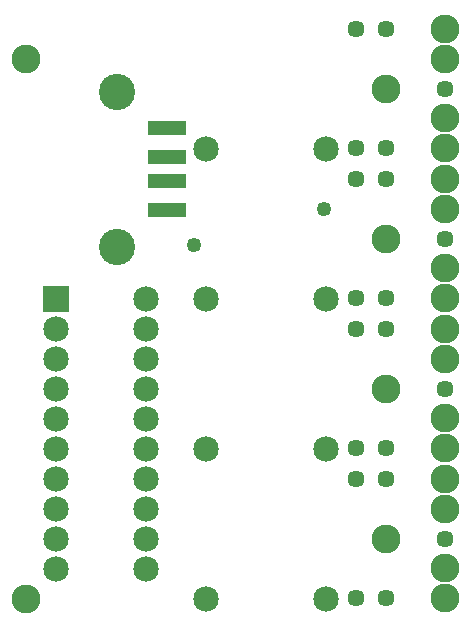
<source format=gts>
G04 MADE WITH FRITZING*
G04 WWW.FRITZING.ORG*
G04 DOUBLE SIDED*
G04 HOLES PLATED*
G04 CONTOUR ON CENTER OF CONTOUR VECTOR*
%ASAXBY*%
%FSLAX23Y23*%
%MOIN*%
%OFA0B0*%
%SFA1.0B1.0*%
%ADD10C,0.085000*%
%ADD11C,0.121000*%
%ADD12C,0.096000*%
%ADD13C,0.057244*%
%ADD14C,0.096614*%
%ADD15C,0.049370*%
%ADD16R,0.085000X0.085000*%
%ADD17R,0.128110X0.045433*%
%LNMASK1*%
G90*
G70*
G54D10*
X198Y1096D03*
X498Y1096D03*
X198Y996D03*
X498Y996D03*
X198Y896D03*
X498Y896D03*
X198Y796D03*
X498Y796D03*
X198Y696D03*
X498Y696D03*
X198Y596D03*
X498Y596D03*
X198Y496D03*
X498Y496D03*
X198Y396D03*
X498Y396D03*
X198Y296D03*
X498Y296D03*
X198Y196D03*
X498Y196D03*
G54D11*
X403Y1269D03*
X403Y1786D03*
X403Y1269D03*
X403Y1786D03*
G54D12*
X1298Y1796D03*
X1495Y1894D03*
X1495Y1993D03*
X1495Y1697D03*
X1495Y1599D03*
G54D13*
X1298Y1993D03*
X1200Y1993D03*
X1200Y1599D03*
X1298Y1599D03*
X1495Y1796D03*
G54D12*
X1298Y1796D03*
X1495Y1894D03*
X1495Y1993D03*
X1495Y1697D03*
X1495Y1599D03*
G54D13*
X1298Y1993D03*
X1200Y1993D03*
X1200Y1599D03*
X1298Y1599D03*
X1495Y1796D03*
G54D12*
X1298Y1296D03*
X1495Y1394D03*
X1495Y1493D03*
X1495Y1197D03*
X1495Y1099D03*
G54D13*
X1298Y1493D03*
X1200Y1493D03*
X1200Y1099D03*
X1298Y1099D03*
X1495Y1296D03*
G54D12*
X1298Y1296D03*
X1495Y1394D03*
X1495Y1493D03*
X1495Y1197D03*
X1495Y1099D03*
G54D13*
X1298Y1493D03*
X1200Y1493D03*
X1200Y1099D03*
X1298Y1099D03*
X1495Y1296D03*
G54D12*
X1298Y796D03*
X1495Y894D03*
X1495Y993D03*
X1495Y697D03*
X1495Y599D03*
G54D13*
X1298Y993D03*
X1200Y993D03*
X1200Y599D03*
X1298Y599D03*
X1495Y796D03*
G54D12*
X1298Y796D03*
X1495Y894D03*
X1495Y993D03*
X1495Y697D03*
X1495Y599D03*
G54D13*
X1298Y993D03*
X1200Y993D03*
X1200Y599D03*
X1298Y599D03*
X1495Y796D03*
G54D12*
X1298Y296D03*
X1495Y394D03*
X1495Y493D03*
X1495Y197D03*
X1495Y99D03*
G54D13*
X1298Y493D03*
X1200Y493D03*
X1200Y99D03*
X1298Y99D03*
X1495Y296D03*
G54D12*
X1298Y296D03*
X1495Y394D03*
X1495Y493D03*
X1495Y197D03*
X1495Y99D03*
G54D13*
X1298Y493D03*
X1200Y493D03*
X1200Y99D03*
X1298Y99D03*
X1495Y296D03*
G54D10*
X698Y1596D03*
X1098Y1596D03*
X698Y1096D03*
X1098Y1096D03*
X698Y596D03*
X1098Y596D03*
X698Y96D03*
X1098Y96D03*
G54D14*
X98Y1896D03*
X98Y96D03*
G54D15*
X1092Y1393D03*
X660Y1273D03*
G54D16*
X198Y1096D03*
G54D17*
X569Y1567D03*
X569Y1665D03*
X569Y1488D03*
X569Y1390D03*
G04 End of Mask1*
M02*
</source>
